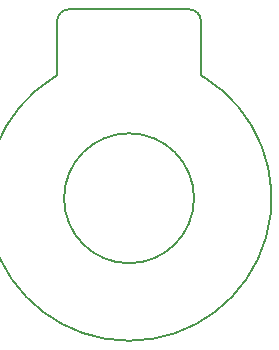
<source format=gm1>
G04 #@! TF.GenerationSoftware,KiCad,Pcbnew,6.0.0-rc1-unknown-7dfc4e3~65~ubuntu18.04.1*
G04 #@! TF.CreationDate,2018-07-28T16:40:43+05:30*
G04 #@! TF.ProjectId,airmount,6169726D6F756E742E6B696361645F70,rev?*
G04 #@! TF.SameCoordinates,Original*
G04 #@! TF.FileFunction,Profile,NP*
%FSLAX46Y46*%
G04 Gerber Fmt 4.6, Leading zero omitted, Abs format (unit mm)*
G04 Created by KiCad (PCBNEW 6.0.0-rc1-unknown-7dfc4e3~65~ubuntu18.04.1) date Sat Jul 28 16:40:43 2018*
%MOMM*%
%LPD*%
G01*
G04 APERTURE LIST*
%ADD10C,0.150000*%
G04 APERTURE END LIST*
D10*
X120700800Y-78613000D02*
X120904000Y-78486000D01*
X127000000Y-100962432D02*
G75*
G02X120700801Y-78613001I0J12062432D01*
G01*
X133299200Y-78613000D02*
X133096000Y-78486000D01*
X133300541Y-78610811D02*
G75*
G02X127000000Y-100965000I-6300541J-10289189D01*
G01*
X132080000Y-72898000D02*
G75*
G02X133096000Y-73914000I0J-1016000D01*
G01*
X120904000Y-73914000D02*
G75*
G02X121920000Y-72898000I1016000J0D01*
G01*
X120904000Y-73914000D02*
X120904000Y-78486000D01*
X132080000Y-72898000D02*
X121920000Y-72898000D01*
X133096000Y-78486000D02*
X133096000Y-73914000D01*
X132500000Y-88900000D02*
G75*
G03X132500000Y-88900000I-5500000J0D01*
G01*
M02*

</source>
